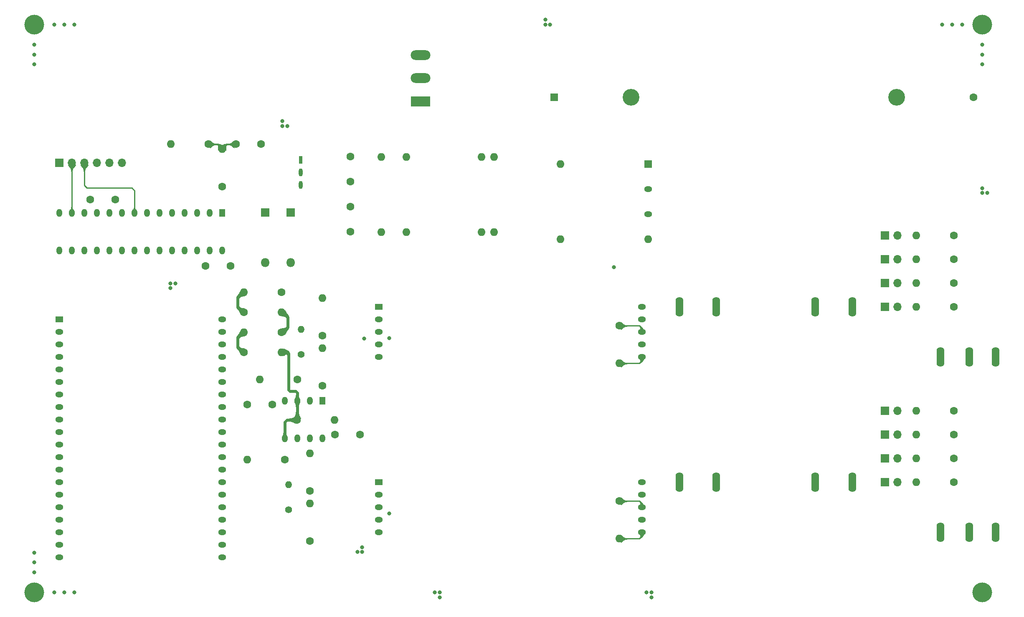
<source format=gbl>
G04 #@! TF.GenerationSoftware,KiCad,Pcbnew,(5.1.7-0-10_14)*
G04 #@! TF.CreationDate,2021-07-16T13:45:34+09:00*
G04 #@! TF.ProjectId,EiMS,45694d53-2e6b-4696-9361-645f70636258,1.0*
G04 #@! TF.SameCoordinates,Original*
G04 #@! TF.FileFunction,Copper,L4,Bot*
G04 #@! TF.FilePolarity,Positive*
%FSLAX46Y46*%
G04 Gerber Fmt 4.6, Leading zero omitted, Abs format (unit mm)*
G04 Created by KiCad (PCBNEW (5.1.7-0-10_14)) date 2021-07-16 13:45:34*
%MOMM*%
%LPD*%
G01*
G04 APERTURE LIST*
G04 #@! TA.AperFunction,ComponentPad*
%ADD10O,1.600000X4.000000*%
G04 #@! TD*
G04 #@! TA.AperFunction,ComponentPad*
%ADD11C,4.000000*%
G04 #@! TD*
G04 #@! TA.AperFunction,ComponentPad*
%ADD12R,1.200000X1.600000*%
G04 #@! TD*
G04 #@! TA.AperFunction,ComponentPad*
%ADD13O,1.200000X1.600000*%
G04 #@! TD*
G04 #@! TA.AperFunction,ComponentPad*
%ADD14O,1.600000X1.600000*%
G04 #@! TD*
G04 #@! TA.AperFunction,ComponentPad*
%ADD15R,0.800000X1.600000*%
G04 #@! TD*
G04 #@! TA.AperFunction,ComponentPad*
%ADD16O,0.800000X1.600000*%
G04 #@! TD*
G04 #@! TA.AperFunction,ComponentPad*
%ADD17C,3.400000*%
G04 #@! TD*
G04 #@! TA.AperFunction,ComponentPad*
%ADD18C,1.600000*%
G04 #@! TD*
G04 #@! TA.AperFunction,ComponentPad*
%ADD19R,1.600000X1.600000*%
G04 #@! TD*
G04 #@! TA.AperFunction,ComponentPad*
%ADD20O,1.800000X1.800000*%
G04 #@! TD*
G04 #@! TA.AperFunction,ComponentPad*
%ADD21R,1.800000X1.800000*%
G04 #@! TD*
G04 #@! TA.AperFunction,ComponentPad*
%ADD22O,1.600000X1.200000*%
G04 #@! TD*
G04 #@! TA.AperFunction,ComponentPad*
%ADD23R,1.600000X1.200000*%
G04 #@! TD*
G04 #@! TA.AperFunction,ComponentPad*
%ADD24O,1.700000X1.700000*%
G04 #@! TD*
G04 #@! TA.AperFunction,ComponentPad*
%ADD25R,1.700000X1.700000*%
G04 #@! TD*
G04 #@! TA.AperFunction,ComponentPad*
%ADD26C,1.400000*%
G04 #@! TD*
G04 #@! TA.AperFunction,ComponentPad*
%ADD27O,1.400000X1.400000*%
G04 #@! TD*
G04 #@! TA.AperFunction,ComponentPad*
%ADD28O,4.000000X2.000000*%
G04 #@! TD*
G04 #@! TA.AperFunction,ComponentPad*
%ADD29R,4.000000X2.000000*%
G04 #@! TD*
G04 #@! TA.AperFunction,ViaPad*
%ADD30C,0.800000*%
G04 #@! TD*
G04 #@! TA.AperFunction,Conductor*
%ADD31C,0.250000*%
G04 #@! TD*
G04 #@! TA.AperFunction,Conductor*
%ADD32C,0.600000*%
G04 #@! TD*
G04 #@! TA.AperFunction,Conductor*
%ADD33C,0.025400*%
G04 #@! TD*
G04 #@! TA.AperFunction,Conductor*
%ADD34C,0.100000*%
G04 #@! TD*
G04 APERTURE END LIST*
D10*
X185179000Y-130772000D03*
X177738000Y-130772000D03*
X205245000Y-130772000D03*
X212738000Y-130772000D03*
X185179000Y-95212000D03*
X177738000Y-95212000D03*
X205245000Y-95212000D03*
X212738000Y-95212000D03*
D11*
X46900000Y-37900000D03*
X239100000Y-37900000D03*
X46900000Y-153100000D03*
X239100000Y-153100000D03*
D12*
X84986000Y-76162000D03*
D13*
X84986000Y-83782000D03*
X82446000Y-83782000D03*
X79906000Y-83782000D03*
X77366000Y-83782000D03*
X74826000Y-83782000D03*
X72286000Y-83782000D03*
X69746000Y-83782000D03*
X67206000Y-83782000D03*
X64666000Y-83782000D03*
X62126000Y-83782000D03*
X59586000Y-83782000D03*
X57046000Y-83782000D03*
X54506000Y-83782000D03*
X51966000Y-83782000D03*
X51966000Y-76162000D03*
X54506000Y-76162000D03*
X57046000Y-76162000D03*
X59586000Y-76162000D03*
X62126000Y-76162000D03*
X64666000Y-76162000D03*
X67206000Y-76162000D03*
X69746000Y-76162000D03*
X72286000Y-76162000D03*
X74826000Y-76162000D03*
X77366000Y-76162000D03*
X79906000Y-76162000D03*
X82446000Y-76162000D03*
X97673500Y-121884500D03*
X100213500Y-121884500D03*
X102753500Y-121884500D03*
X105293500Y-121884500D03*
X97673500Y-114264500D03*
X100213500Y-114264500D03*
X102753500Y-114264500D03*
D12*
X105293500Y-114264500D03*
D14*
X140100000Y-79980000D03*
X137560000Y-79980000D03*
X122320000Y-79980000D03*
X117240000Y-79980000D03*
X117240000Y-64760000D03*
X122320000Y-64760000D03*
X137560000Y-64760000D03*
X140100000Y-64760000D03*
D15*
X100900000Y-65400000D03*
D16*
X100900000Y-67940000D03*
X100900000Y-70480000D03*
D17*
X167879100Y-52700000D03*
X221714400Y-52700000D03*
D18*
X237300000Y-52700000D03*
D19*
X152300000Y-52700000D03*
D20*
X98900000Y-86160000D03*
D21*
X98900000Y-76000000D03*
D20*
X93700000Y-86160000D03*
D21*
X93700000Y-76000000D03*
D22*
X85020000Y-135800000D03*
X85020000Y-125640000D03*
X85020000Y-143420000D03*
X85020000Y-105320000D03*
X85020000Y-145960000D03*
X85020000Y-115480000D03*
X85020000Y-112940000D03*
X85020000Y-133260000D03*
X85020000Y-100240000D03*
X85020000Y-97700000D03*
X85020000Y-107860000D03*
X85020000Y-128180000D03*
X85020000Y-118020000D03*
X85020000Y-120560000D03*
X85020000Y-110400000D03*
X85020000Y-102780000D03*
X85020000Y-130720000D03*
X85020000Y-138340000D03*
X85020000Y-140880000D03*
X85020000Y-123100000D03*
X52000000Y-145960000D03*
X52000000Y-143420000D03*
X52000000Y-140880000D03*
X52000000Y-138340000D03*
X52000000Y-135800000D03*
X52000000Y-133260000D03*
X52000000Y-130720000D03*
X52000000Y-128180000D03*
X52000000Y-125640000D03*
X52000000Y-123100000D03*
X52000000Y-120560000D03*
X52000000Y-118020000D03*
X52000000Y-115480000D03*
X52000000Y-112940000D03*
X52000000Y-110400000D03*
X52000000Y-107860000D03*
X52000000Y-105320000D03*
X52000000Y-102780000D03*
X52000000Y-100240000D03*
D23*
X52000000Y-97700000D03*
D22*
X170066000Y-130772000D03*
X170066000Y-135852000D03*
X170066000Y-133312000D03*
X170066000Y-140932000D03*
X170066000Y-138392000D03*
X116726000Y-140932000D03*
X116726000Y-138392000D03*
X116726000Y-135852000D03*
X116726000Y-133312000D03*
D23*
X116726000Y-130772000D03*
D22*
X170066000Y-95212000D03*
X170066000Y-100292000D03*
X170066000Y-97752000D03*
X170066000Y-105372000D03*
X170066000Y-102832000D03*
X116726000Y-105372000D03*
X116726000Y-102832000D03*
X116726000Y-100292000D03*
X116726000Y-97752000D03*
D23*
X116726000Y-95212000D03*
D14*
X153556000Y-81496000D03*
X153556000Y-66256000D03*
X171336000Y-81496000D03*
D22*
X171336000Y-76416000D03*
X171336000Y-71336000D03*
D19*
X171336000Y-66256000D03*
D10*
X230614000Y-140932000D03*
X236464000Y-140932000D03*
X241814000Y-140932000D03*
D18*
X63320000Y-73434000D03*
X58240000Y-73434000D03*
X92850000Y-62192000D03*
X87770000Y-62192000D03*
X111001000Y-64734500D03*
X111001000Y-69814500D03*
X111001000Y-74894500D03*
X111001000Y-79974500D03*
X90056000Y-115024000D03*
X95136000Y-115024000D03*
X107836000Y-121120000D03*
X112916000Y-121120000D03*
X86688000Y-86896000D03*
X81608000Y-86896000D03*
D24*
X64656000Y-66002000D03*
X62116000Y-66002000D03*
X59576000Y-66002000D03*
X57036000Y-66002000D03*
X54496000Y-66002000D03*
D25*
X51956000Y-66002000D03*
D10*
X241814000Y-105372000D03*
X236464000Y-105372000D03*
X230614000Y-105372000D03*
D24*
X221882000Y-80734000D03*
D25*
X219342000Y-80734000D03*
D24*
X221882000Y-85560000D03*
D25*
X219342000Y-85560000D03*
X219342000Y-90386000D03*
D24*
X221882000Y-90386000D03*
X221882000Y-95212000D03*
D25*
X219342000Y-95212000D03*
X219342000Y-116294000D03*
D24*
X221882000Y-116294000D03*
D25*
X219342000Y-121120000D03*
D24*
X221882000Y-121120000D03*
D25*
X219342000Y-125946000D03*
D24*
X221882000Y-125946000D03*
X221882000Y-130772000D03*
D25*
X219342000Y-130772000D03*
D14*
X74562000Y-62192000D03*
D18*
X82182000Y-62192000D03*
D14*
X84976000Y-63208000D03*
D18*
X84976000Y-70828000D03*
D14*
X89440000Y-92191000D03*
D18*
X97060000Y-92191000D03*
X89440000Y-96255000D03*
D14*
X97060000Y-96255000D03*
X89440000Y-100319000D03*
D18*
X97060000Y-100319000D03*
X89440000Y-104383000D03*
D14*
X97060000Y-104383000D03*
X107800000Y-118100000D03*
D18*
X100180000Y-118100000D03*
D14*
X90056000Y-126200000D03*
D18*
X97676000Y-126200000D03*
D26*
X98438000Y-136360000D03*
D27*
X98438000Y-131280000D03*
D14*
X102756000Y-135090000D03*
D18*
X102756000Y-142710000D03*
X102756000Y-132550000D03*
D14*
X102756000Y-124930000D03*
D18*
X100216000Y-109944000D03*
D14*
X92596000Y-109944000D03*
D18*
X105296000Y-111214000D03*
D14*
X105296000Y-103594000D03*
D18*
X105296000Y-101054000D03*
D14*
X105296000Y-93434000D03*
D27*
X100978000Y-99784000D03*
D26*
X100978000Y-104864000D03*
D14*
X165494000Y-106642000D03*
D18*
X165494000Y-99022000D03*
D14*
X165494000Y-142202000D03*
D18*
X165494000Y-134582000D03*
X233312000Y-80734000D03*
D14*
X225692000Y-80734000D03*
X225692000Y-85560000D03*
D18*
X233312000Y-85560000D03*
X233312000Y-90386000D03*
D14*
X225692000Y-90386000D03*
X225692000Y-95212000D03*
D18*
X233312000Y-95212000D03*
X233312000Y-116294000D03*
D14*
X225692000Y-116294000D03*
D18*
X233312000Y-121120000D03*
D14*
X225692000Y-121120000D03*
X225692000Y-125946000D03*
D18*
X233312000Y-125946000D03*
X233312000Y-130772000D03*
D14*
X225692000Y-130772000D03*
D28*
X125254000Y-44079000D03*
X125254000Y-48779000D03*
D29*
X125254000Y-53479000D03*
D30*
X118900000Y-101500000D03*
X128100000Y-153100000D03*
X129100000Y-153100000D03*
X129100000Y-154100000D03*
X113800000Y-101600000D03*
X118900000Y-137100000D03*
X74494000Y-90412000D03*
X74494000Y-91400000D03*
X75500000Y-90412000D03*
X55000000Y-153100000D03*
X53000000Y-153100000D03*
X51000000Y-153100000D03*
X51000000Y-37900000D03*
X53000000Y-37900000D03*
X55000000Y-37900000D03*
X46900000Y-44000000D03*
X46900000Y-46000000D03*
X46900000Y-42000000D03*
X46900000Y-149000000D03*
X46900000Y-145000000D03*
X46900000Y-147000000D03*
X113400000Y-144900000D03*
X113400000Y-143900000D03*
X112400000Y-144900000D03*
X164400000Y-87100000D03*
X171000000Y-153100000D03*
X172000000Y-153100000D03*
X172000000Y-154100000D03*
X98200000Y-58500000D03*
X97200000Y-58500000D03*
X97200000Y-57500000D03*
X151500000Y-37900000D03*
X150500000Y-37900000D03*
X150500000Y-36900000D03*
X233000000Y-37900000D03*
X231000000Y-37900000D03*
X235000000Y-37900000D03*
X239100000Y-44000000D03*
X239100000Y-46000000D03*
X239100000Y-42000000D03*
X240100000Y-72100000D03*
X239100000Y-72100000D03*
X239100000Y-71100000D03*
D31*
X54496000Y-76152000D02*
X54506000Y-76162000D01*
X54496000Y-66002000D02*
X54496000Y-76152000D01*
X67196000Y-76152000D02*
X67206000Y-76162000D01*
X57036000Y-70574000D02*
X57036000Y-66002000D01*
X57544000Y-71082000D02*
X57036000Y-70574000D01*
X66688000Y-71082000D02*
X57544000Y-71082000D01*
X67206000Y-71600000D02*
X66688000Y-71082000D01*
X67206000Y-76162000D02*
X67206000Y-71600000D01*
X83960000Y-62192000D02*
X84976000Y-63208000D01*
X82182000Y-62192000D02*
X83960000Y-62192000D01*
X85992000Y-62192000D02*
X84976000Y-63208000D01*
X87770000Y-62192000D02*
X85992000Y-62192000D01*
X165494000Y-106642000D02*
X169558000Y-106642000D01*
X169558000Y-106642000D02*
X170066000Y-106134000D01*
X170066000Y-106134000D02*
X170066000Y-105372000D01*
X165494000Y-142202000D02*
X169558000Y-142202000D01*
X169558000Y-142202000D02*
X170066000Y-141694000D01*
X170066000Y-141694000D02*
X170066000Y-140932000D01*
D32*
X89440000Y-92191000D02*
X89186000Y-92191000D01*
X89186000Y-92191000D02*
X88170000Y-93207000D01*
X89440000Y-96255000D02*
X89186000Y-96255000D01*
X89186000Y-96255000D02*
X88170000Y-95239000D01*
X88170000Y-95239000D02*
X88170000Y-93207000D01*
X97060000Y-96255000D02*
X97314000Y-96255000D01*
X97314000Y-96255000D02*
X98330000Y-97271000D01*
X97060000Y-100319000D02*
X97314000Y-100319000D01*
X97314000Y-100319000D02*
X98330000Y-99303000D01*
X98330000Y-99303000D02*
X98330000Y-97271000D01*
X89440000Y-100319000D02*
X89186000Y-100319000D01*
X89186000Y-100319000D02*
X88170000Y-101335000D01*
X89440000Y-104383000D02*
X89186000Y-104383000D01*
X89186000Y-104383000D02*
X88170000Y-103367000D01*
X88170000Y-103367000D02*
X88170000Y-101335000D01*
X97314000Y-104383000D02*
X97060000Y-104383000D01*
X98438000Y-104864000D02*
X98438000Y-111981000D01*
X98438000Y-111981000D02*
X98753000Y-112296000D01*
X98753000Y-112296000D02*
X99896000Y-112296000D01*
X99896000Y-112296000D02*
X100213500Y-112613500D01*
X100213500Y-112613500D02*
X100213500Y-114264500D01*
X97676000Y-118580000D02*
X97676000Y-121882000D01*
X97676000Y-121882000D02*
X97673500Y-121884500D01*
X98156000Y-118100000D02*
X97676000Y-118580000D01*
X100180000Y-118100000D02*
X98156000Y-118100000D01*
X100213500Y-118066500D02*
X100180000Y-118100000D01*
X100213500Y-114264500D02*
X100213500Y-118066500D01*
X97957000Y-104383000D02*
X98438000Y-104864000D01*
X97060000Y-104383000D02*
X97957000Y-104383000D01*
D31*
X165494000Y-99022000D02*
X169558000Y-99022000D01*
X169558000Y-99022000D02*
X170066000Y-99530000D01*
X170066000Y-99530000D02*
X170066000Y-100292000D01*
X165494000Y-134582000D02*
X169558000Y-134582000D01*
X169558000Y-134582000D02*
X170066000Y-135090000D01*
X170066000Y-135090000D02*
X170066000Y-135852000D01*
D33*
X54614663Y-75101821D02*
X54614804Y-75103215D01*
X54632904Y-75218333D01*
X54633270Y-75219958D01*
X54661687Y-75316142D01*
X54662297Y-75317780D01*
X54699603Y-75400218D01*
X54700311Y-75401563D01*
X54745075Y-75475444D01*
X54745632Y-75476286D01*
X54796423Y-75546797D01*
X54796645Y-75547095D01*
X54851953Y-75619322D01*
X54910252Y-75698313D01*
X54970096Y-75789168D01*
X55025981Y-75889614D01*
X54510694Y-76443639D01*
X53977233Y-75907096D01*
X54030355Y-75803758D01*
X54087775Y-75710401D01*
X54144149Y-75629362D01*
X54198018Y-75555392D01*
X54198201Y-75555135D01*
X54247960Y-75483115D01*
X54248469Y-75482315D01*
X54292535Y-75407084D01*
X54293199Y-75405784D01*
X54330077Y-75322060D01*
X54330655Y-75320469D01*
X54358849Y-75222970D01*
X54359200Y-75221382D01*
X54377214Y-75104829D01*
X54377350Y-75103460D01*
X54383141Y-74974700D01*
X54608866Y-74974700D01*
X54614663Y-75101821D01*
G04 #@! TA.AperFunction,Conductor*
D34*
G36*
X54614663Y-75101821D02*
G01*
X54614804Y-75103215D01*
X54632904Y-75218333D01*
X54633270Y-75219958D01*
X54661687Y-75316142D01*
X54662297Y-75317780D01*
X54699603Y-75400218D01*
X54700311Y-75401563D01*
X54745075Y-75475444D01*
X54745632Y-75476286D01*
X54796423Y-75546797D01*
X54796645Y-75547095D01*
X54851953Y-75619322D01*
X54910252Y-75698313D01*
X54970096Y-75789168D01*
X55025981Y-75889614D01*
X54510694Y-76443639D01*
X53977233Y-75907096D01*
X54030355Y-75803758D01*
X54087775Y-75710401D01*
X54144149Y-75629362D01*
X54198018Y-75555392D01*
X54198201Y-75555135D01*
X54247960Y-75483115D01*
X54248469Y-75482315D01*
X54292535Y-75407084D01*
X54293199Y-75405784D01*
X54330077Y-75322060D01*
X54330655Y-75320469D01*
X54358849Y-75222970D01*
X54359200Y-75221382D01*
X54377214Y-75104829D01*
X54377350Y-75103460D01*
X54383141Y-74974700D01*
X54608866Y-74974700D01*
X54614663Y-75101821D01*
G37*
G04 #@! TD.AperFunction*
D33*
X55245395Y-66374601D02*
X55163642Y-66524633D01*
X55075799Y-66655595D01*
X54988440Y-66767874D01*
X54904067Y-66869335D01*
X54903915Y-66869521D01*
X54825278Y-66967807D01*
X54824706Y-66968581D01*
X54754532Y-67071388D01*
X54753722Y-67072750D01*
X54694615Y-67187928D01*
X54693874Y-67189685D01*
X54648433Y-67325086D01*
X54647970Y-67326896D01*
X54618799Y-67490370D01*
X54618619Y-67491946D01*
X54608939Y-67679300D01*
X54383061Y-67679300D01*
X54373380Y-67491946D01*
X54373200Y-67490370D01*
X54344029Y-67326896D01*
X54343566Y-67325086D01*
X54298125Y-67189685D01*
X54297384Y-67187928D01*
X54238277Y-67072750D01*
X54237467Y-67071388D01*
X54167293Y-66968581D01*
X54166721Y-66967807D01*
X54088084Y-66869521D01*
X54087932Y-66869335D01*
X54003559Y-66767874D01*
X53916200Y-66655595D01*
X53828357Y-66524633D01*
X53746605Y-66374601D01*
X54496000Y-65595322D01*
X55245395Y-66374601D01*
G04 #@! TA.AperFunction,Conductor*
D34*
G36*
X55245395Y-66374601D02*
G01*
X55163642Y-66524633D01*
X55075799Y-66655595D01*
X54988440Y-66767874D01*
X54904067Y-66869335D01*
X54903915Y-66869521D01*
X54825278Y-66967807D01*
X54824706Y-66968581D01*
X54754532Y-67071388D01*
X54753722Y-67072750D01*
X54694615Y-67187928D01*
X54693874Y-67189685D01*
X54648433Y-67325086D01*
X54647970Y-67326896D01*
X54618799Y-67490370D01*
X54618619Y-67491946D01*
X54608939Y-67679300D01*
X54383061Y-67679300D01*
X54373380Y-67491946D01*
X54373200Y-67490370D01*
X54344029Y-67326896D01*
X54343566Y-67325086D01*
X54298125Y-67189685D01*
X54297384Y-67187928D01*
X54238277Y-67072750D01*
X54237467Y-67071388D01*
X54167293Y-66968581D01*
X54166721Y-66967807D01*
X54088084Y-66869521D01*
X54087932Y-66869335D01*
X54003559Y-66767874D01*
X53916200Y-66655595D01*
X53828357Y-66524633D01*
X53746605Y-66374601D01*
X54496000Y-65595322D01*
X55245395Y-66374601D01*
G37*
G04 #@! TD.AperFunction*
D33*
X57785395Y-66374601D02*
X57703642Y-66524633D01*
X57615799Y-66655595D01*
X57528440Y-66767874D01*
X57444067Y-66869335D01*
X57443915Y-66869521D01*
X57365278Y-66967807D01*
X57364706Y-66968581D01*
X57294532Y-67071388D01*
X57293722Y-67072750D01*
X57234615Y-67187928D01*
X57233874Y-67189685D01*
X57188433Y-67325086D01*
X57187970Y-67326896D01*
X57158799Y-67490370D01*
X57158619Y-67491946D01*
X57148939Y-67679300D01*
X56923061Y-67679300D01*
X56913380Y-67491946D01*
X56913200Y-67490370D01*
X56884029Y-67326896D01*
X56883566Y-67325086D01*
X56838125Y-67189685D01*
X56837384Y-67187928D01*
X56778277Y-67072750D01*
X56777467Y-67071388D01*
X56707293Y-66968581D01*
X56706721Y-66967807D01*
X56628084Y-66869521D01*
X56627932Y-66869335D01*
X56543559Y-66767874D01*
X56456200Y-66655595D01*
X56368357Y-66524633D01*
X56286605Y-66374601D01*
X57036000Y-65595322D01*
X57785395Y-66374601D01*
G04 #@! TA.AperFunction,Conductor*
D34*
G36*
X57785395Y-66374601D02*
G01*
X57703642Y-66524633D01*
X57615799Y-66655595D01*
X57528440Y-66767874D01*
X57444067Y-66869335D01*
X57443915Y-66869521D01*
X57365278Y-66967807D01*
X57364706Y-66968581D01*
X57294532Y-67071388D01*
X57293722Y-67072750D01*
X57234615Y-67187928D01*
X57233874Y-67189685D01*
X57188433Y-67325086D01*
X57187970Y-67326896D01*
X57158799Y-67490370D01*
X57158619Y-67491946D01*
X57148939Y-67679300D01*
X56923061Y-67679300D01*
X56913380Y-67491946D01*
X56913200Y-67490370D01*
X56884029Y-67326896D01*
X56883566Y-67325086D01*
X56838125Y-67189685D01*
X56837384Y-67187928D01*
X56778277Y-67072750D01*
X56777467Y-67071388D01*
X56707293Y-66968581D01*
X56706721Y-66967807D01*
X56628084Y-66869521D01*
X56627932Y-66869335D01*
X56543559Y-66767874D01*
X56456200Y-66655595D01*
X56368357Y-66524633D01*
X56286605Y-66374601D01*
X57036000Y-65595322D01*
X57785395Y-66374601D01*
G37*
G04 #@! TD.AperFunction*
D33*
X67324704Y-75111350D02*
X67324848Y-75112754D01*
X67343026Y-75227426D01*
X67343395Y-75229056D01*
X67371866Y-75324844D01*
X67372475Y-75326475D01*
X67409743Y-75408586D01*
X67410443Y-75409913D01*
X67455016Y-75483556D01*
X67455554Y-75484372D01*
X67505936Y-75554755D01*
X67506133Y-75555023D01*
X67560751Y-75627249D01*
X67617976Y-75706333D01*
X67676367Y-75797480D01*
X67730441Y-75898325D01*
X67206000Y-76443678D01*
X66681559Y-75898325D01*
X66735635Y-75797475D01*
X66794023Y-75706333D01*
X66851248Y-75627249D01*
X66905866Y-75555023D01*
X66906063Y-75554755D01*
X66956445Y-75484372D01*
X66956983Y-75483556D01*
X67001556Y-75409913D01*
X67002256Y-75408586D01*
X67039524Y-75326475D01*
X67040133Y-75324844D01*
X67068604Y-75229056D01*
X67068973Y-75227426D01*
X67087151Y-75112754D01*
X67087295Y-75111350D01*
X67093129Y-74984700D01*
X67318871Y-74984700D01*
X67324704Y-75111350D01*
G04 #@! TA.AperFunction,Conductor*
D34*
G36*
X67324704Y-75111350D02*
G01*
X67324848Y-75112754D01*
X67343026Y-75227426D01*
X67343395Y-75229056D01*
X67371866Y-75324844D01*
X67372475Y-75326475D01*
X67409743Y-75408586D01*
X67410443Y-75409913D01*
X67455016Y-75483556D01*
X67455554Y-75484372D01*
X67505936Y-75554755D01*
X67506133Y-75555023D01*
X67560751Y-75627249D01*
X67617976Y-75706333D01*
X67676367Y-75797480D01*
X67730441Y-75898325D01*
X67206000Y-76443678D01*
X66681559Y-75898325D01*
X66735635Y-75797475D01*
X66794023Y-75706333D01*
X66851248Y-75627249D01*
X66905866Y-75555023D01*
X66906063Y-75554755D01*
X66956445Y-75484372D01*
X66956983Y-75483556D01*
X67001556Y-75409913D01*
X67002256Y-75408586D01*
X67039524Y-75326475D01*
X67040133Y-75324844D01*
X67068604Y-75229056D01*
X67068973Y-75227426D01*
X67087151Y-75112754D01*
X67087295Y-75111350D01*
X67093129Y-74984700D01*
X67318871Y-74984700D01*
X67324704Y-75111350D01*
G37*
G04 #@! TD.AperFunction*
D33*
X84001055Y-62084647D02*
X84172132Y-62098967D01*
X84317382Y-62121895D01*
X84444251Y-62152690D01*
X84560200Y-62190662D01*
X84672668Y-62235157D01*
X84789122Y-62285548D01*
X84916592Y-62340996D01*
X84916841Y-62341101D01*
X85062527Y-62400818D01*
X85062943Y-62400980D01*
X85226011Y-62461218D01*
X85245886Y-63477886D01*
X84230314Y-63458033D01*
X84194408Y-63311809D01*
X84179697Y-63153510D01*
X84179280Y-62995958D01*
X84184108Y-62843889D01*
X84184114Y-62843568D01*
X84185025Y-62702004D01*
X84184966Y-62700701D01*
X84172777Y-62574486D01*
X84172216Y-62571788D01*
X84137750Y-62465554D01*
X84136753Y-62463272D01*
X84135550Y-62461493D01*
X84069630Y-62379875D01*
X84067883Y-62378101D01*
X84065352Y-62376457D01*
X83958801Y-62324088D01*
X83956470Y-62323214D01*
X83954690Y-62322874D01*
X83809541Y-62305713D01*
X83809541Y-62080011D01*
X84001055Y-62084647D01*
G04 #@! TA.AperFunction,Conductor*
D34*
G36*
X84001055Y-62084647D02*
G01*
X84172132Y-62098967D01*
X84317382Y-62121895D01*
X84444251Y-62152690D01*
X84560200Y-62190662D01*
X84672668Y-62235157D01*
X84789122Y-62285548D01*
X84916592Y-62340996D01*
X84916841Y-62341101D01*
X85062527Y-62400818D01*
X85062943Y-62400980D01*
X85226011Y-62461218D01*
X85245886Y-63477886D01*
X84230314Y-63458033D01*
X84194408Y-63311809D01*
X84179697Y-63153510D01*
X84179280Y-62995958D01*
X84184108Y-62843889D01*
X84184114Y-62843568D01*
X84185025Y-62702004D01*
X84184966Y-62700701D01*
X84172777Y-62574486D01*
X84172216Y-62571788D01*
X84137750Y-62465554D01*
X84136753Y-62463272D01*
X84135550Y-62461493D01*
X84069630Y-62379875D01*
X84067883Y-62378101D01*
X84065352Y-62376457D01*
X83958801Y-62324088D01*
X83956470Y-62323214D01*
X83954690Y-62322874D01*
X83809541Y-62305713D01*
X83809541Y-62080011D01*
X84001055Y-62084647D01*
G37*
G04 #@! TD.AperFunction*
D33*
X82673001Y-61563807D02*
X82796007Y-61645761D01*
X82901621Y-61727070D01*
X82997252Y-61805502D01*
X82997450Y-61805661D01*
X83090159Y-61878647D01*
X83090940Y-61879215D01*
X83187916Y-61944268D01*
X83189273Y-61945061D01*
X83297837Y-61999801D01*
X83299577Y-62000522D01*
X83427053Y-62042568D01*
X83428836Y-62043016D01*
X83582543Y-62069989D01*
X83584093Y-62070164D01*
X83759300Y-62079071D01*
X83759300Y-62304929D01*
X83584093Y-62313835D01*
X83582543Y-62314010D01*
X83428836Y-62340983D01*
X83427053Y-62341431D01*
X83299577Y-62383477D01*
X83297837Y-62384198D01*
X83189273Y-62438938D01*
X83187916Y-62439731D01*
X83090940Y-62504784D01*
X83090159Y-62505352D01*
X82997450Y-62578338D01*
X82997252Y-62578497D01*
X82901621Y-62656929D01*
X82796007Y-62738238D01*
X82673001Y-62820192D01*
X82532813Y-62896402D01*
X81800322Y-62192000D01*
X82532813Y-61487598D01*
X82673001Y-61563807D01*
G04 #@! TA.AperFunction,Conductor*
D34*
G36*
X82673001Y-61563807D02*
G01*
X82796007Y-61645761D01*
X82901621Y-61727070D01*
X82997252Y-61805502D01*
X82997450Y-61805661D01*
X83090159Y-61878647D01*
X83090940Y-61879215D01*
X83187916Y-61944268D01*
X83189273Y-61945061D01*
X83297837Y-61999801D01*
X83299577Y-62000522D01*
X83427053Y-62042568D01*
X83428836Y-62043016D01*
X83582543Y-62069989D01*
X83584093Y-62070164D01*
X83759300Y-62079071D01*
X83759300Y-62304929D01*
X83584093Y-62313835D01*
X83582543Y-62314010D01*
X83428836Y-62340983D01*
X83427053Y-62341431D01*
X83299577Y-62383477D01*
X83297837Y-62384198D01*
X83189273Y-62438938D01*
X83187916Y-62439731D01*
X83090940Y-62504784D01*
X83090159Y-62505352D01*
X82997450Y-62578338D01*
X82997252Y-62578497D01*
X82901621Y-62656929D01*
X82796007Y-62738238D01*
X82673001Y-62820192D01*
X82532813Y-62896402D01*
X81800322Y-62192000D01*
X82532813Y-61487598D01*
X82673001Y-61563807D01*
G37*
G04 #@! TD.AperFunction*
D33*
X86142459Y-62305713D02*
X85997309Y-62322874D01*
X85994877Y-62323407D01*
X85993198Y-62324088D01*
X85886647Y-62376457D01*
X85884531Y-62377769D01*
X85882369Y-62379875D01*
X85816449Y-62461493D01*
X85815082Y-62463574D01*
X85814249Y-62465554D01*
X85779783Y-62571788D01*
X85779222Y-62574486D01*
X85767033Y-62700701D01*
X85766974Y-62702004D01*
X85767885Y-62843568D01*
X85767891Y-62843889D01*
X85772719Y-62995958D01*
X85772302Y-63153510D01*
X85757591Y-63311811D01*
X85721687Y-63458033D01*
X84706114Y-63477886D01*
X84725989Y-62461218D01*
X84889056Y-62400980D01*
X84889472Y-62400818D01*
X85035158Y-62341101D01*
X85035407Y-62340996D01*
X85162877Y-62285548D01*
X85279331Y-62235157D01*
X85391799Y-62190662D01*
X85507748Y-62152690D01*
X85634617Y-62121895D01*
X85779867Y-62098967D01*
X85950944Y-62084647D01*
X86142459Y-62080011D01*
X86142459Y-62305713D01*
G04 #@! TA.AperFunction,Conductor*
D34*
G36*
X86142459Y-62305713D02*
G01*
X85997309Y-62322874D01*
X85994877Y-62323407D01*
X85993198Y-62324088D01*
X85886647Y-62376457D01*
X85884531Y-62377769D01*
X85882369Y-62379875D01*
X85816449Y-62461493D01*
X85815082Y-62463574D01*
X85814249Y-62465554D01*
X85779783Y-62571788D01*
X85779222Y-62574486D01*
X85767033Y-62700701D01*
X85766974Y-62702004D01*
X85767885Y-62843568D01*
X85767891Y-62843889D01*
X85772719Y-62995958D01*
X85772302Y-63153510D01*
X85757591Y-63311811D01*
X85721687Y-63458033D01*
X84706114Y-63477886D01*
X84725989Y-62461218D01*
X84889056Y-62400980D01*
X84889472Y-62400818D01*
X85035158Y-62341101D01*
X85035407Y-62340996D01*
X85162877Y-62285548D01*
X85279331Y-62235157D01*
X85391799Y-62190662D01*
X85507748Y-62152690D01*
X85634617Y-62121895D01*
X85779867Y-62098967D01*
X85950944Y-62084647D01*
X86142459Y-62080011D01*
X86142459Y-62305713D01*
G37*
G04 #@! TD.AperFunction*
D33*
X88151678Y-62192000D02*
X87419187Y-62896402D01*
X87278998Y-62820192D01*
X87155992Y-62738238D01*
X87050378Y-62656929D01*
X86954747Y-62578497D01*
X86954549Y-62578338D01*
X86861840Y-62505352D01*
X86861059Y-62504784D01*
X86764083Y-62439731D01*
X86762726Y-62438938D01*
X86654162Y-62384198D01*
X86652422Y-62383477D01*
X86524946Y-62341431D01*
X86523163Y-62340983D01*
X86369456Y-62314010D01*
X86367906Y-62313835D01*
X86192700Y-62304929D01*
X86192700Y-62079071D01*
X86367906Y-62070164D01*
X86369456Y-62069989D01*
X86523163Y-62043016D01*
X86524946Y-62042568D01*
X86652422Y-62000522D01*
X86654162Y-61999801D01*
X86762726Y-61945061D01*
X86764083Y-61944268D01*
X86861059Y-61879215D01*
X86861840Y-61878647D01*
X86954549Y-61805661D01*
X86954747Y-61805502D01*
X87050378Y-61727070D01*
X87155992Y-61645761D01*
X87278998Y-61563807D01*
X87419187Y-61487598D01*
X88151678Y-62192000D01*
G04 #@! TA.AperFunction,Conductor*
D34*
G36*
X88151678Y-62192000D02*
G01*
X87419187Y-62896402D01*
X87278998Y-62820192D01*
X87155992Y-62738238D01*
X87050378Y-62656929D01*
X86954747Y-62578497D01*
X86954549Y-62578338D01*
X86861840Y-62505352D01*
X86861059Y-62504784D01*
X86764083Y-62439731D01*
X86762726Y-62438938D01*
X86654162Y-62384198D01*
X86652422Y-62383477D01*
X86524946Y-62341431D01*
X86523163Y-62340983D01*
X86369456Y-62314010D01*
X86367906Y-62313835D01*
X86192700Y-62304929D01*
X86192700Y-62079071D01*
X86367906Y-62070164D01*
X86369456Y-62069989D01*
X86523163Y-62043016D01*
X86524946Y-62042568D01*
X86652422Y-62000522D01*
X86654162Y-61999801D01*
X86762726Y-61945061D01*
X86764083Y-61944268D01*
X86861059Y-61879215D01*
X86861840Y-61878647D01*
X86954549Y-61805661D01*
X86954747Y-61805502D01*
X87050378Y-61727070D01*
X87155992Y-61645761D01*
X87278998Y-61563807D01*
X87419187Y-61487598D01*
X88151678Y-62192000D01*
G37*
G04 #@! TD.AperFunction*
D33*
X165985001Y-106013807D02*
X166108007Y-106095761D01*
X166213621Y-106177070D01*
X166309252Y-106255502D01*
X166309450Y-106255661D01*
X166402159Y-106328647D01*
X166402940Y-106329215D01*
X166499916Y-106394268D01*
X166501273Y-106395061D01*
X166609837Y-106449801D01*
X166611577Y-106450522D01*
X166739053Y-106492568D01*
X166740836Y-106493016D01*
X166894543Y-106519989D01*
X166896093Y-106520164D01*
X167071300Y-106529071D01*
X167071300Y-106754929D01*
X166896093Y-106763835D01*
X166894543Y-106764010D01*
X166740836Y-106790983D01*
X166739053Y-106791431D01*
X166611577Y-106833477D01*
X166609837Y-106834198D01*
X166501273Y-106888938D01*
X166499916Y-106889731D01*
X166402940Y-106954784D01*
X166402159Y-106955352D01*
X166309450Y-107028338D01*
X166309252Y-107028497D01*
X166213621Y-107106929D01*
X166108007Y-107188238D01*
X165985001Y-107270192D01*
X165844813Y-107346402D01*
X165112322Y-106642000D01*
X165844813Y-105937598D01*
X165985001Y-106013807D01*
G04 #@! TA.AperFunction,Conductor*
D34*
G36*
X165985001Y-106013807D02*
G01*
X166108007Y-106095761D01*
X166213621Y-106177070D01*
X166309252Y-106255502D01*
X166309450Y-106255661D01*
X166402159Y-106328647D01*
X166402940Y-106329215D01*
X166499916Y-106394268D01*
X166501273Y-106395061D01*
X166609837Y-106449801D01*
X166611577Y-106450522D01*
X166739053Y-106492568D01*
X166740836Y-106493016D01*
X166894543Y-106519989D01*
X166896093Y-106520164D01*
X167071300Y-106529071D01*
X167071300Y-106754929D01*
X166896093Y-106763835D01*
X166894543Y-106764010D01*
X166740836Y-106790983D01*
X166739053Y-106791431D01*
X166611577Y-106833477D01*
X166609837Y-106834198D01*
X166501273Y-106888938D01*
X166499916Y-106889731D01*
X166402940Y-106954784D01*
X166402159Y-106955352D01*
X166309450Y-107028338D01*
X166309252Y-107028497D01*
X166213621Y-107106929D01*
X166108007Y-107188238D01*
X165985001Y-107270192D01*
X165844813Y-107346402D01*
X165112322Y-106642000D01*
X165844813Y-105937598D01*
X165985001Y-106013807D01*
G37*
G04 #@! TD.AperFunction*
D33*
X170590575Y-105635815D02*
X170530280Y-105753879D01*
X170469901Y-105858087D01*
X170411077Y-105945647D01*
X170351342Y-106021743D01*
X170288184Y-106091549D01*
X170219153Y-106160122D01*
X170141702Y-106232608D01*
X170053607Y-106313872D01*
X170053519Y-106313954D01*
X169952421Y-106409007D01*
X169952242Y-106409179D01*
X169844777Y-106514242D01*
X169685080Y-106354545D01*
X169740662Y-106287854D01*
X169742280Y-106285373D01*
X169777831Y-106213802D01*
X169778969Y-106210328D01*
X169790927Y-106141560D01*
X169791031Y-106137925D01*
X169783259Y-106070733D01*
X169782616Y-106067957D01*
X169758977Y-106001118D01*
X169758242Y-105999437D01*
X169722598Y-105931724D01*
X169722119Y-105930892D01*
X169678334Y-105861078D01*
X169678188Y-105860851D01*
X169630198Y-105787826D01*
X169582021Y-105710621D01*
X169541577Y-105635657D01*
X170066000Y-105090322D01*
X170590575Y-105635815D01*
G04 #@! TA.AperFunction,Conductor*
D34*
G36*
X170590575Y-105635815D02*
G01*
X170530280Y-105753879D01*
X170469901Y-105858087D01*
X170411077Y-105945647D01*
X170351342Y-106021743D01*
X170288184Y-106091549D01*
X170219153Y-106160122D01*
X170141702Y-106232608D01*
X170053607Y-106313872D01*
X170053519Y-106313954D01*
X169952421Y-106409007D01*
X169952242Y-106409179D01*
X169844777Y-106514242D01*
X169685080Y-106354545D01*
X169740662Y-106287854D01*
X169742280Y-106285373D01*
X169777831Y-106213802D01*
X169778969Y-106210328D01*
X169790927Y-106141560D01*
X169791031Y-106137925D01*
X169783259Y-106070733D01*
X169782616Y-106067957D01*
X169758977Y-106001118D01*
X169758242Y-105999437D01*
X169722598Y-105931724D01*
X169722119Y-105930892D01*
X169678334Y-105861078D01*
X169678188Y-105860851D01*
X169630198Y-105787826D01*
X169582021Y-105710621D01*
X169541577Y-105635657D01*
X170066000Y-105090322D01*
X170590575Y-105635815D01*
G37*
G04 #@! TD.AperFunction*
D33*
X165985001Y-141573807D02*
X166108007Y-141655761D01*
X166213621Y-141737070D01*
X166309252Y-141815502D01*
X166309450Y-141815661D01*
X166402159Y-141888647D01*
X166402940Y-141889215D01*
X166499916Y-141954268D01*
X166501273Y-141955061D01*
X166609837Y-142009801D01*
X166611577Y-142010522D01*
X166739053Y-142052568D01*
X166740836Y-142053016D01*
X166894543Y-142079989D01*
X166896093Y-142080164D01*
X167071300Y-142089071D01*
X167071300Y-142314929D01*
X166896093Y-142323835D01*
X166894543Y-142324010D01*
X166740836Y-142350983D01*
X166739053Y-142351431D01*
X166611577Y-142393477D01*
X166609837Y-142394198D01*
X166501273Y-142448938D01*
X166499916Y-142449731D01*
X166402940Y-142514784D01*
X166402159Y-142515352D01*
X166309450Y-142588338D01*
X166309252Y-142588497D01*
X166213621Y-142666929D01*
X166108007Y-142748238D01*
X165985001Y-142830192D01*
X165844813Y-142906402D01*
X165112322Y-142202000D01*
X165844813Y-141497598D01*
X165985001Y-141573807D01*
G04 #@! TA.AperFunction,Conductor*
D34*
G36*
X165985001Y-141573807D02*
G01*
X166108007Y-141655761D01*
X166213621Y-141737070D01*
X166309252Y-141815502D01*
X166309450Y-141815661D01*
X166402159Y-141888647D01*
X166402940Y-141889215D01*
X166499916Y-141954268D01*
X166501273Y-141955061D01*
X166609837Y-142009801D01*
X166611577Y-142010522D01*
X166739053Y-142052568D01*
X166740836Y-142053016D01*
X166894543Y-142079989D01*
X166896093Y-142080164D01*
X167071300Y-142089071D01*
X167071300Y-142314929D01*
X166896093Y-142323835D01*
X166894543Y-142324010D01*
X166740836Y-142350983D01*
X166739053Y-142351431D01*
X166611577Y-142393477D01*
X166609837Y-142394198D01*
X166501273Y-142448938D01*
X166499916Y-142449731D01*
X166402940Y-142514784D01*
X166402159Y-142515352D01*
X166309450Y-142588338D01*
X166309252Y-142588497D01*
X166213621Y-142666929D01*
X166108007Y-142748238D01*
X165985001Y-142830192D01*
X165844813Y-142906402D01*
X165112322Y-142202000D01*
X165844813Y-141497598D01*
X165985001Y-141573807D01*
G37*
G04 #@! TD.AperFunction*
D33*
X170590575Y-141195815D02*
X170530280Y-141313879D01*
X170469901Y-141418087D01*
X170411077Y-141505647D01*
X170351342Y-141581743D01*
X170288184Y-141651549D01*
X170219153Y-141720122D01*
X170141702Y-141792608D01*
X170053607Y-141873872D01*
X170053519Y-141873954D01*
X169952421Y-141969007D01*
X169952242Y-141969179D01*
X169844777Y-142074242D01*
X169685080Y-141914545D01*
X169740662Y-141847854D01*
X169742280Y-141845373D01*
X169777831Y-141773802D01*
X169778969Y-141770328D01*
X169790927Y-141701560D01*
X169791031Y-141697925D01*
X169783259Y-141630733D01*
X169782616Y-141627957D01*
X169758977Y-141561118D01*
X169758242Y-141559437D01*
X169722598Y-141491724D01*
X169722119Y-141490892D01*
X169678334Y-141421078D01*
X169678188Y-141420851D01*
X169630198Y-141347826D01*
X169582021Y-141270621D01*
X169541577Y-141195657D01*
X170066000Y-140650322D01*
X170590575Y-141195815D01*
G04 #@! TA.AperFunction,Conductor*
D34*
G36*
X170590575Y-141195815D02*
G01*
X170530280Y-141313879D01*
X170469901Y-141418087D01*
X170411077Y-141505647D01*
X170351342Y-141581743D01*
X170288184Y-141651549D01*
X170219153Y-141720122D01*
X170141702Y-141792608D01*
X170053607Y-141873872D01*
X170053519Y-141873954D01*
X169952421Y-141969007D01*
X169952242Y-141969179D01*
X169844777Y-142074242D01*
X169685080Y-141914545D01*
X169740662Y-141847854D01*
X169742280Y-141845373D01*
X169777831Y-141773802D01*
X169778969Y-141770328D01*
X169790927Y-141701560D01*
X169791031Y-141697925D01*
X169783259Y-141630733D01*
X169782616Y-141627957D01*
X169758977Y-141561118D01*
X169758242Y-141559437D01*
X169722598Y-141491724D01*
X169722119Y-141490892D01*
X169678334Y-141421078D01*
X169678188Y-141420851D01*
X169630198Y-141347826D01*
X169582021Y-141270621D01*
X169541577Y-141195657D01*
X170066000Y-140650322D01*
X170590575Y-141195815D01*
G37*
G04 #@! TD.AperFunction*
D33*
X89763586Y-91988591D02*
X89516057Y-92974532D01*
X89384457Y-92986800D01*
X89258583Y-92996271D01*
X89258485Y-92996279D01*
X89144071Y-93005784D01*
X89143553Y-93005837D01*
X89037617Y-93019028D01*
X89036645Y-93019188D01*
X88936090Y-93039723D01*
X88934750Y-93040073D01*
X88836479Y-93071611D01*
X88834993Y-93072194D01*
X88735909Y-93118396D01*
X88734533Y-93119144D01*
X88631541Y-93183668D01*
X88630433Y-93184447D01*
X88520434Y-93270952D01*
X88519617Y-93271653D01*
X88408485Y-93375423D01*
X88001664Y-92968602D01*
X88129406Y-92834512D01*
X88129889Y-92833976D01*
X88238421Y-92706249D01*
X88238940Y-92705596D01*
X88325254Y-92589350D01*
X88325749Y-92588633D01*
X88395384Y-92480010D01*
X88395783Y-92479343D01*
X88454281Y-92374486D01*
X88454531Y-92374015D01*
X88507432Y-92269067D01*
X88507517Y-92268896D01*
X88560361Y-92160000D01*
X88618538Y-92043604D01*
X88687656Y-91915675D01*
X88768796Y-91779799D01*
X89763586Y-91988591D01*
G04 #@! TA.AperFunction,Conductor*
D34*
G36*
X89763586Y-91988591D02*
G01*
X89516057Y-92974532D01*
X89384457Y-92986800D01*
X89258583Y-92996271D01*
X89258485Y-92996279D01*
X89144071Y-93005784D01*
X89143553Y-93005837D01*
X89037617Y-93019028D01*
X89036645Y-93019188D01*
X88936090Y-93039723D01*
X88934750Y-93040073D01*
X88836479Y-93071611D01*
X88834993Y-93072194D01*
X88735909Y-93118396D01*
X88734533Y-93119144D01*
X88631541Y-93183668D01*
X88630433Y-93184447D01*
X88520434Y-93270952D01*
X88519617Y-93271653D01*
X88408485Y-93375423D01*
X88001664Y-92968602D01*
X88129406Y-92834512D01*
X88129889Y-92833976D01*
X88238421Y-92706249D01*
X88238940Y-92705596D01*
X88325254Y-92589350D01*
X88325749Y-92588633D01*
X88395384Y-92480010D01*
X88395783Y-92479343D01*
X88454281Y-92374486D01*
X88454531Y-92374015D01*
X88507432Y-92269067D01*
X88507517Y-92268896D01*
X88560361Y-92160000D01*
X88618538Y-92043604D01*
X88687656Y-91915675D01*
X88768796Y-91779799D01*
X89763586Y-91988591D01*
G37*
G04 #@! TD.AperFunction*
D33*
X88519618Y-95174346D02*
X88520434Y-95175047D01*
X88630433Y-95261552D01*
X88631541Y-95262331D01*
X88734533Y-95326855D01*
X88735909Y-95327603D01*
X88834993Y-95373805D01*
X88836479Y-95374388D01*
X88934750Y-95405926D01*
X88936090Y-95406276D01*
X89036645Y-95426811D01*
X89037617Y-95426971D01*
X89143553Y-95440162D01*
X89144071Y-95440215D01*
X89258485Y-95449720D01*
X89258583Y-95449728D01*
X89384457Y-95459199D01*
X89516057Y-95471468D01*
X89763586Y-96457409D01*
X88768796Y-96666201D01*
X88687657Y-96530324D01*
X88618538Y-96402395D01*
X88560345Y-96285966D01*
X88507517Y-96177103D01*
X88507432Y-96176932D01*
X88454531Y-96071984D01*
X88454281Y-96071513D01*
X88395783Y-95966656D01*
X88395384Y-95965989D01*
X88325749Y-95857366D01*
X88325254Y-95856649D01*
X88238940Y-95740403D01*
X88238421Y-95739750D01*
X88129889Y-95612023D01*
X88129406Y-95611487D01*
X88001664Y-95477398D01*
X88408486Y-95070576D01*
X88519618Y-95174346D01*
G04 #@! TA.AperFunction,Conductor*
D34*
G36*
X88519618Y-95174346D02*
G01*
X88520434Y-95175047D01*
X88630433Y-95261552D01*
X88631541Y-95262331D01*
X88734533Y-95326855D01*
X88735909Y-95327603D01*
X88834993Y-95373805D01*
X88836479Y-95374388D01*
X88934750Y-95405926D01*
X88936090Y-95406276D01*
X89036645Y-95426811D01*
X89037617Y-95426971D01*
X89143553Y-95440162D01*
X89144071Y-95440215D01*
X89258485Y-95449720D01*
X89258583Y-95449728D01*
X89384457Y-95459199D01*
X89516057Y-95471468D01*
X89763586Y-96457409D01*
X88768796Y-96666201D01*
X88687657Y-96530324D01*
X88618538Y-96402395D01*
X88560345Y-96285966D01*
X88507517Y-96177103D01*
X88507432Y-96176932D01*
X88454531Y-96071984D01*
X88454281Y-96071513D01*
X88395783Y-95966656D01*
X88395384Y-95965989D01*
X88325749Y-95857366D01*
X88325254Y-95856649D01*
X88238940Y-95740403D01*
X88238421Y-95739750D01*
X88129889Y-95612023D01*
X88129406Y-95611487D01*
X88001664Y-95477398D01*
X88408486Y-95070576D01*
X88519618Y-95174346D01*
G37*
G04 #@! TD.AperFunction*
D33*
X97812342Y-95979675D02*
X97881461Y-96107604D01*
X97939638Y-96224000D01*
X97992482Y-96332896D01*
X97992567Y-96333067D01*
X98045468Y-96438015D01*
X98045718Y-96438486D01*
X98104216Y-96543343D01*
X98104615Y-96544010D01*
X98174250Y-96652633D01*
X98174745Y-96653350D01*
X98261059Y-96769596D01*
X98261578Y-96770249D01*
X98370110Y-96897976D01*
X98370593Y-96898512D01*
X98498336Y-97032602D01*
X98091515Y-97439423D01*
X97980382Y-97335653D01*
X97979565Y-97334952D01*
X97869566Y-97248447D01*
X97868458Y-97247668D01*
X97765466Y-97183144D01*
X97764090Y-97182396D01*
X97665006Y-97136194D01*
X97663520Y-97135611D01*
X97565249Y-97104073D01*
X97563909Y-97103723D01*
X97463354Y-97083188D01*
X97462382Y-97083028D01*
X97356446Y-97069837D01*
X97355928Y-97069784D01*
X97241514Y-97060279D01*
X97241416Y-97060271D01*
X97115542Y-97050800D01*
X96983943Y-97038532D01*
X96736414Y-96052591D01*
X97731204Y-95843799D01*
X97812342Y-95979675D01*
G04 #@! TA.AperFunction,Conductor*
D34*
G36*
X97812342Y-95979675D02*
G01*
X97881461Y-96107604D01*
X97939638Y-96224000D01*
X97992482Y-96332896D01*
X97992567Y-96333067D01*
X98045468Y-96438015D01*
X98045718Y-96438486D01*
X98104216Y-96543343D01*
X98104615Y-96544010D01*
X98174250Y-96652633D01*
X98174745Y-96653350D01*
X98261059Y-96769596D01*
X98261578Y-96770249D01*
X98370110Y-96897976D01*
X98370593Y-96898512D01*
X98498336Y-97032602D01*
X98091515Y-97439423D01*
X97980382Y-97335653D01*
X97979565Y-97334952D01*
X97869566Y-97248447D01*
X97868458Y-97247668D01*
X97765466Y-97183144D01*
X97764090Y-97182396D01*
X97665006Y-97136194D01*
X97663520Y-97135611D01*
X97565249Y-97104073D01*
X97563909Y-97103723D01*
X97463354Y-97083188D01*
X97462382Y-97083028D01*
X97356446Y-97069837D01*
X97355928Y-97069784D01*
X97241514Y-97060279D01*
X97241416Y-97060271D01*
X97115542Y-97050800D01*
X96983943Y-97038532D01*
X96736414Y-96052591D01*
X97731204Y-95843799D01*
X97812342Y-95979675D01*
G37*
G04 #@! TD.AperFunction*
D33*
X98498336Y-99541398D02*
X98370593Y-99675487D01*
X98370110Y-99676023D01*
X98261578Y-99803750D01*
X98261059Y-99804403D01*
X98174745Y-99920649D01*
X98174250Y-99921366D01*
X98104615Y-100029989D01*
X98104216Y-100030656D01*
X98045718Y-100135513D01*
X98045468Y-100135984D01*
X97992567Y-100240932D01*
X97992482Y-100241103D01*
X97939654Y-100349966D01*
X97881461Y-100466395D01*
X97812342Y-100594324D01*
X97731204Y-100730201D01*
X96736414Y-100521409D01*
X96983943Y-99535468D01*
X97115542Y-99523199D01*
X97241416Y-99513728D01*
X97241514Y-99513720D01*
X97355928Y-99504215D01*
X97356446Y-99504162D01*
X97462382Y-99490971D01*
X97463354Y-99490811D01*
X97563909Y-99470276D01*
X97565249Y-99469926D01*
X97663520Y-99438388D01*
X97665006Y-99437805D01*
X97764090Y-99391603D01*
X97765466Y-99390855D01*
X97868458Y-99326331D01*
X97869566Y-99325552D01*
X97979565Y-99239047D01*
X97980381Y-99238347D01*
X98091515Y-99134577D01*
X98498336Y-99541398D01*
G04 #@! TA.AperFunction,Conductor*
D34*
G36*
X98498336Y-99541398D02*
G01*
X98370593Y-99675487D01*
X98370110Y-99676023D01*
X98261578Y-99803750D01*
X98261059Y-99804403D01*
X98174745Y-99920649D01*
X98174250Y-99921366D01*
X98104615Y-100029989D01*
X98104216Y-100030656D01*
X98045718Y-100135513D01*
X98045468Y-100135984D01*
X97992567Y-100240932D01*
X97992482Y-100241103D01*
X97939654Y-100349966D01*
X97881461Y-100466395D01*
X97812342Y-100594324D01*
X97731204Y-100730201D01*
X96736414Y-100521409D01*
X96983943Y-99535468D01*
X97115542Y-99523199D01*
X97241416Y-99513728D01*
X97241514Y-99513720D01*
X97355928Y-99504215D01*
X97356446Y-99504162D01*
X97462382Y-99490971D01*
X97463354Y-99490811D01*
X97563909Y-99470276D01*
X97565249Y-99469926D01*
X97663520Y-99438388D01*
X97665006Y-99437805D01*
X97764090Y-99391603D01*
X97765466Y-99390855D01*
X97868458Y-99326331D01*
X97869566Y-99325552D01*
X97979565Y-99239047D01*
X97980381Y-99238347D01*
X98091515Y-99134577D01*
X98498336Y-99541398D01*
G37*
G04 #@! TD.AperFunction*
D33*
X89763586Y-100116591D02*
X89516057Y-101102532D01*
X89384457Y-101114800D01*
X89258583Y-101124271D01*
X89258485Y-101124279D01*
X89144071Y-101133784D01*
X89143553Y-101133837D01*
X89037617Y-101147028D01*
X89036645Y-101147188D01*
X88936090Y-101167723D01*
X88934750Y-101168073D01*
X88836479Y-101199611D01*
X88834993Y-101200194D01*
X88735909Y-101246396D01*
X88734533Y-101247144D01*
X88631541Y-101311668D01*
X88630433Y-101312447D01*
X88520434Y-101398952D01*
X88519617Y-101399653D01*
X88408485Y-101503423D01*
X88001664Y-101096602D01*
X88129406Y-100962512D01*
X88129889Y-100961976D01*
X88238421Y-100834249D01*
X88238940Y-100833596D01*
X88325254Y-100717350D01*
X88325749Y-100716633D01*
X88395384Y-100608010D01*
X88395783Y-100607343D01*
X88454281Y-100502486D01*
X88454531Y-100502015D01*
X88507432Y-100397067D01*
X88507517Y-100396896D01*
X88560361Y-100288000D01*
X88618538Y-100171604D01*
X88687656Y-100043675D01*
X88768796Y-99907799D01*
X89763586Y-100116591D01*
G04 #@! TA.AperFunction,Conductor*
D34*
G36*
X89763586Y-100116591D02*
G01*
X89516057Y-101102532D01*
X89384457Y-101114800D01*
X89258583Y-101124271D01*
X89258485Y-101124279D01*
X89144071Y-101133784D01*
X89143553Y-101133837D01*
X89037617Y-101147028D01*
X89036645Y-101147188D01*
X88936090Y-101167723D01*
X88934750Y-101168073D01*
X88836479Y-101199611D01*
X88834993Y-101200194D01*
X88735909Y-101246396D01*
X88734533Y-101247144D01*
X88631541Y-101311668D01*
X88630433Y-101312447D01*
X88520434Y-101398952D01*
X88519617Y-101399653D01*
X88408485Y-101503423D01*
X88001664Y-101096602D01*
X88129406Y-100962512D01*
X88129889Y-100961976D01*
X88238421Y-100834249D01*
X88238940Y-100833596D01*
X88325254Y-100717350D01*
X88325749Y-100716633D01*
X88395384Y-100608010D01*
X88395783Y-100607343D01*
X88454281Y-100502486D01*
X88454531Y-100502015D01*
X88507432Y-100397067D01*
X88507517Y-100396896D01*
X88560361Y-100288000D01*
X88618538Y-100171604D01*
X88687656Y-100043675D01*
X88768796Y-99907799D01*
X89763586Y-100116591D01*
G37*
G04 #@! TD.AperFunction*
D33*
X88519618Y-103302346D02*
X88520434Y-103303047D01*
X88630433Y-103389552D01*
X88631541Y-103390331D01*
X88734533Y-103454855D01*
X88735909Y-103455603D01*
X88834993Y-103501805D01*
X88836479Y-103502388D01*
X88934750Y-103533926D01*
X88936090Y-103534276D01*
X89036645Y-103554811D01*
X89037617Y-103554971D01*
X89143553Y-103568162D01*
X89144071Y-103568215D01*
X89258485Y-103577720D01*
X89258583Y-103577728D01*
X89384457Y-103587199D01*
X89516057Y-103599468D01*
X89763586Y-104585409D01*
X88768796Y-104794201D01*
X88687657Y-104658324D01*
X88618538Y-104530395D01*
X88560345Y-104413966D01*
X88507517Y-104305103D01*
X88507432Y-104304932D01*
X88454531Y-104199984D01*
X88454281Y-104199513D01*
X88395783Y-104094656D01*
X88395384Y-104093989D01*
X88325749Y-103985366D01*
X88325254Y-103984649D01*
X88238940Y-103868403D01*
X88238421Y-103867750D01*
X88129889Y-103740023D01*
X88129406Y-103739487D01*
X88001664Y-103605398D01*
X88408486Y-103198576D01*
X88519618Y-103302346D01*
G04 #@! TA.AperFunction,Conductor*
D34*
G36*
X88519618Y-103302346D02*
G01*
X88520434Y-103303047D01*
X88630433Y-103389552D01*
X88631541Y-103390331D01*
X88734533Y-103454855D01*
X88735909Y-103455603D01*
X88834993Y-103501805D01*
X88836479Y-103502388D01*
X88934750Y-103533926D01*
X88936090Y-103534276D01*
X89036645Y-103554811D01*
X89037617Y-103554971D01*
X89143553Y-103568162D01*
X89144071Y-103568215D01*
X89258485Y-103577720D01*
X89258583Y-103577728D01*
X89384457Y-103587199D01*
X89516057Y-103599468D01*
X89763586Y-104585409D01*
X88768796Y-104794201D01*
X88687657Y-104658324D01*
X88618538Y-104530395D01*
X88560345Y-104413966D01*
X88507517Y-104305103D01*
X88507432Y-104304932D01*
X88454531Y-104199984D01*
X88454281Y-104199513D01*
X88395783Y-104094656D01*
X88395384Y-104093989D01*
X88325749Y-103985366D01*
X88325254Y-103984649D01*
X88238940Y-103868403D01*
X88238421Y-103867750D01*
X88129889Y-103740023D01*
X88129406Y-103739487D01*
X88001664Y-103605398D01*
X88408486Y-103198576D01*
X88519618Y-103302346D01*
G37*
G04 #@! TD.AperFunction*
D33*
X100503007Y-113207902D02*
X100503027Y-113208435D01*
X100509730Y-113322786D01*
X100509790Y-113323484D01*
X100521120Y-113422696D01*
X100521246Y-113423544D01*
X100537333Y-113511322D01*
X100537540Y-113512252D01*
X100558513Y-113592299D01*
X100558781Y-113593188D01*
X100584770Y-113669207D01*
X100585042Y-113669930D01*
X100616178Y-113745624D01*
X100616387Y-113746105D01*
X100652797Y-113825179D01*
X100652908Y-113825412D01*
X100694724Y-113911569D01*
X100694738Y-113911598D01*
X100738192Y-114000563D01*
X100213500Y-114546178D01*
X99688808Y-114000564D01*
X99732262Y-113911598D01*
X99732275Y-113911569D01*
X99774091Y-113825412D01*
X99774202Y-113825179D01*
X99810612Y-113746105D01*
X99810821Y-113745624D01*
X99841957Y-113669930D01*
X99842229Y-113669207D01*
X99868218Y-113593188D01*
X99868486Y-113592299D01*
X99889459Y-113512252D01*
X99889666Y-113511322D01*
X99905753Y-113423544D01*
X99905879Y-113422696D01*
X99917209Y-113323484D01*
X99917269Y-113322786D01*
X99923972Y-113208435D01*
X99923992Y-113207902D01*
X99925991Y-113087200D01*
X100501009Y-113087200D01*
X100503007Y-113207902D01*
G04 #@! TA.AperFunction,Conductor*
D34*
G36*
X100503007Y-113207902D02*
G01*
X100503027Y-113208435D01*
X100509730Y-113322786D01*
X100509790Y-113323484D01*
X100521120Y-113422696D01*
X100521246Y-113423544D01*
X100537333Y-113511322D01*
X100537540Y-113512252D01*
X100558513Y-113592299D01*
X100558781Y-113593188D01*
X100584770Y-113669207D01*
X100585042Y-113669930D01*
X100616178Y-113745624D01*
X100616387Y-113746105D01*
X100652797Y-113825179D01*
X100652908Y-113825412D01*
X100694724Y-113911569D01*
X100694738Y-113911598D01*
X100738192Y-114000563D01*
X100213500Y-114546178D01*
X99688808Y-114000564D01*
X99732262Y-113911598D01*
X99732275Y-113911569D01*
X99774091Y-113825412D01*
X99774202Y-113825179D01*
X99810612Y-113746105D01*
X99810821Y-113745624D01*
X99841957Y-113669930D01*
X99842229Y-113669207D01*
X99868218Y-113593188D01*
X99868486Y-113592299D01*
X99889459Y-113512252D01*
X99889666Y-113511322D01*
X99905753Y-113423544D01*
X99905879Y-113422696D01*
X99917209Y-113323484D01*
X99917269Y-113322786D01*
X99923972Y-113208435D01*
X99923992Y-113207902D01*
X99925991Y-113087200D01*
X100501009Y-113087200D01*
X100503007Y-113207902D01*
G37*
G04 #@! TD.AperFunction*
D33*
X97965487Y-120825992D02*
X97965506Y-120826519D01*
X97972152Y-120941380D01*
X97972211Y-120942069D01*
X97983451Y-121041730D01*
X97983574Y-121042570D01*
X97999541Y-121130756D01*
X97999743Y-121131676D01*
X98020571Y-121212113D01*
X98020834Y-121212996D01*
X98046657Y-121289408D01*
X98046924Y-121290126D01*
X98077875Y-121366239D01*
X98078082Y-121366717D01*
X98114295Y-121446255D01*
X98114404Y-121446488D01*
X98156012Y-121533177D01*
X98156026Y-121533207D01*
X98199301Y-121622778D01*
X97672312Y-122166175D01*
X97149925Y-121618349D01*
X97193765Y-121529490D01*
X97193783Y-121529455D01*
X97235924Y-121443372D01*
X97236038Y-121443131D01*
X97272693Y-121364088D01*
X97272908Y-121363599D01*
X97304218Y-121287897D01*
X97304494Y-121287166D01*
X97330601Y-121211110D01*
X97330872Y-121210214D01*
X97351915Y-121130106D01*
X97352123Y-121129171D01*
X97368246Y-121041315D01*
X97368373Y-121040464D01*
X97379714Y-120941164D01*
X97379774Y-120940465D01*
X97386475Y-120826022D01*
X97386495Y-120825490D01*
X97388492Y-120704700D01*
X97963506Y-120704700D01*
X97965487Y-120825992D01*
G04 #@! TA.AperFunction,Conductor*
D34*
G36*
X97965487Y-120825992D02*
G01*
X97965506Y-120826519D01*
X97972152Y-120941380D01*
X97972211Y-120942069D01*
X97983451Y-121041730D01*
X97983574Y-121042570D01*
X97999541Y-121130756D01*
X97999743Y-121131676D01*
X98020571Y-121212113D01*
X98020834Y-121212996D01*
X98046657Y-121289408D01*
X98046924Y-121290126D01*
X98077875Y-121366239D01*
X98078082Y-121366717D01*
X98114295Y-121446255D01*
X98114404Y-121446488D01*
X98156012Y-121533177D01*
X98156026Y-121533207D01*
X98199301Y-121622778D01*
X97672312Y-122166175D01*
X97149925Y-121618349D01*
X97193765Y-121529490D01*
X97193783Y-121529455D01*
X97235924Y-121443372D01*
X97236038Y-121443131D01*
X97272693Y-121364088D01*
X97272908Y-121363599D01*
X97304218Y-121287897D01*
X97304494Y-121287166D01*
X97330601Y-121211110D01*
X97330872Y-121210214D01*
X97351915Y-121130106D01*
X97352123Y-121129171D01*
X97368246Y-121041315D01*
X97368373Y-121040464D01*
X97379714Y-120941164D01*
X97379774Y-120940465D01*
X97386475Y-120826022D01*
X97386495Y-120825490D01*
X97388492Y-120704700D01*
X97963506Y-120704700D01*
X97965487Y-120825992D01*
G37*
G04 #@! TD.AperFunction*
D33*
X100561678Y-118100000D02*
X99829003Y-118804579D01*
X99699816Y-118738726D01*
X99581110Y-118673126D01*
X99474858Y-118612453D01*
X99474701Y-118612365D01*
X99375210Y-118557405D01*
X99374679Y-118557128D01*
X99276206Y-118508642D01*
X99275311Y-118508244D01*
X99172041Y-118466956D01*
X99170897Y-118466560D01*
X99057017Y-118433190D01*
X99055814Y-118432901D01*
X98925510Y-118408172D01*
X98924415Y-118408013D01*
X98771870Y-118392646D01*
X98770968Y-118392587D01*
X98602700Y-118387666D01*
X98602700Y-117812334D01*
X98770968Y-117807412D01*
X98771870Y-117807353D01*
X98924415Y-117791986D01*
X98925510Y-117791827D01*
X99055814Y-117767098D01*
X99057017Y-117766809D01*
X99170897Y-117733439D01*
X99172041Y-117733043D01*
X99275311Y-117691755D01*
X99276206Y-117691357D01*
X99374679Y-117642871D01*
X99375210Y-117642594D01*
X99474701Y-117587634D01*
X99474858Y-117587546D01*
X99581110Y-117526873D01*
X99699816Y-117461273D01*
X99829003Y-117395421D01*
X100561678Y-118100000D01*
G04 #@! TA.AperFunction,Conductor*
D34*
G36*
X100561678Y-118100000D02*
G01*
X99829003Y-118804579D01*
X99699816Y-118738726D01*
X99581110Y-118673126D01*
X99474858Y-118612453D01*
X99474701Y-118612365D01*
X99375210Y-118557405D01*
X99374679Y-118557128D01*
X99276206Y-118508642D01*
X99275311Y-118508244D01*
X99172041Y-118466956D01*
X99170897Y-118466560D01*
X99057017Y-118433190D01*
X99055814Y-118432901D01*
X98925510Y-118408172D01*
X98924415Y-118408013D01*
X98771870Y-118392646D01*
X98770968Y-118392587D01*
X98602700Y-118387666D01*
X98602700Y-117812334D01*
X98770968Y-117807412D01*
X98771870Y-117807353D01*
X98924415Y-117791986D01*
X98925510Y-117791827D01*
X99055814Y-117767098D01*
X99057017Y-117766809D01*
X99170897Y-117733439D01*
X99172041Y-117733043D01*
X99275311Y-117691755D01*
X99276206Y-117691357D01*
X99374679Y-117642871D01*
X99375210Y-117642594D01*
X99474701Y-117587634D01*
X99474858Y-117587546D01*
X99581110Y-117526873D01*
X99699816Y-117461273D01*
X99829003Y-117395421D01*
X100561678Y-118100000D01*
G37*
G04 #@! TD.AperFunction*
D33*
X100738192Y-114528437D02*
X100694738Y-114617401D01*
X100694724Y-114617430D01*
X100652908Y-114703587D01*
X100652797Y-114703820D01*
X100616387Y-114782894D01*
X100616178Y-114783375D01*
X100585042Y-114859069D01*
X100584770Y-114859792D01*
X100558781Y-114935811D01*
X100558513Y-114936700D01*
X100537540Y-115016747D01*
X100537333Y-115017677D01*
X100521246Y-115105455D01*
X100521120Y-115106303D01*
X100509790Y-115205515D01*
X100509730Y-115206213D01*
X100503027Y-115320564D01*
X100503007Y-115321097D01*
X100501009Y-115441800D01*
X99925991Y-115441800D01*
X99923992Y-115321097D01*
X99923972Y-115320564D01*
X99917269Y-115206213D01*
X99917209Y-115205515D01*
X99905879Y-115106303D01*
X99905753Y-115105455D01*
X99889666Y-115017677D01*
X99889459Y-115016747D01*
X99868486Y-114936700D01*
X99868218Y-114935811D01*
X99842229Y-114859792D01*
X99841957Y-114859069D01*
X99810821Y-114783375D01*
X99810612Y-114782894D01*
X99774202Y-114703820D01*
X99774091Y-114703587D01*
X99732275Y-114617430D01*
X99732262Y-114617401D01*
X99688808Y-114528436D01*
X100213500Y-113982822D01*
X100738192Y-114528437D01*
G04 #@! TA.AperFunction,Conductor*
D34*
G36*
X100738192Y-114528437D02*
G01*
X100694738Y-114617401D01*
X100694724Y-114617430D01*
X100652908Y-114703587D01*
X100652797Y-114703820D01*
X100616387Y-114782894D01*
X100616178Y-114783375D01*
X100585042Y-114859069D01*
X100584770Y-114859792D01*
X100558781Y-114935811D01*
X100558513Y-114936700D01*
X100537540Y-115016747D01*
X100537333Y-115017677D01*
X100521246Y-115105455D01*
X100521120Y-115106303D01*
X100509790Y-115205515D01*
X100509730Y-115206213D01*
X100503027Y-115320564D01*
X100503007Y-115321097D01*
X100501009Y-115441800D01*
X99925991Y-115441800D01*
X99923992Y-115321097D01*
X99923972Y-115320564D01*
X99917269Y-115206213D01*
X99917209Y-115205515D01*
X99905879Y-115106303D01*
X99905753Y-115105455D01*
X99889666Y-115017677D01*
X99889459Y-115016747D01*
X99868486Y-114936700D01*
X99868218Y-114935811D01*
X99842229Y-114859792D01*
X99841957Y-114859069D01*
X99810821Y-114783375D01*
X99810612Y-114782894D01*
X99774202Y-114703820D01*
X99774091Y-114703587D01*
X99732275Y-114617430D01*
X99732262Y-114617401D01*
X99688808Y-114528436D01*
X100213500Y-113982822D01*
X100738192Y-114528437D01*
G37*
G04 #@! TD.AperFunction*
D33*
X100505940Y-116682371D02*
X100505992Y-116683222D01*
X100520897Y-116839998D01*
X100521037Y-116841027D01*
X100544956Y-116975087D01*
X100545211Y-116976214D01*
X100577389Y-117093585D01*
X100577733Y-117094654D01*
X100617417Y-117201365D01*
X100617761Y-117202196D01*
X100664194Y-117304276D01*
X100664425Y-117304758D01*
X100716855Y-117408234D01*
X100716916Y-117408353D01*
X100774547Y-117519177D01*
X100836558Y-117643239D01*
X100898591Y-117778656D01*
X100164101Y-118481346D01*
X99490645Y-117719946D01*
X99561217Y-117594246D01*
X99630885Y-117478294D01*
X99694656Y-117374237D01*
X99694788Y-117374017D01*
X99752077Y-117276144D01*
X99752405Y-117275547D01*
X99802547Y-117178277D01*
X99802992Y-117177318D01*
X99845379Y-117074976D01*
X99845807Y-117073775D01*
X99879832Y-116960684D01*
X99880140Y-116959437D01*
X99905195Y-116829922D01*
X99905360Y-116828800D01*
X99920839Y-116677183D01*
X99920899Y-116676268D01*
X99925830Y-116509200D01*
X100501147Y-116509200D01*
X100505940Y-116682371D01*
G04 #@! TA.AperFunction,Conductor*
D34*
G36*
X100505940Y-116682371D02*
G01*
X100505992Y-116683222D01*
X100520897Y-116839998D01*
X100521037Y-116841027D01*
X100544956Y-116975087D01*
X100545211Y-116976214D01*
X100577389Y-117093585D01*
X100577733Y-117094654D01*
X100617417Y-117201365D01*
X100617761Y-117202196D01*
X100664194Y-117304276D01*
X100664425Y-117304758D01*
X100716855Y-117408234D01*
X100716916Y-117408353D01*
X100774547Y-117519177D01*
X100836558Y-117643239D01*
X100898591Y-117778656D01*
X100164101Y-118481346D01*
X99490645Y-117719946D01*
X99561217Y-117594246D01*
X99630885Y-117478294D01*
X99694656Y-117374237D01*
X99694788Y-117374017D01*
X99752077Y-117276144D01*
X99752405Y-117275547D01*
X99802547Y-117178277D01*
X99802992Y-117177318D01*
X99845379Y-117074976D01*
X99845807Y-117073775D01*
X99879832Y-116960684D01*
X99880140Y-116959437D01*
X99905195Y-116829922D01*
X99905360Y-116828800D01*
X99920839Y-116677183D01*
X99920899Y-116676268D01*
X99925830Y-116509200D01*
X100501147Y-116509200D01*
X100505940Y-116682371D01*
G37*
G04 #@! TD.AperFunction*
D33*
X97606738Y-103764859D02*
X97607261Y-103765078D01*
X97804587Y-103842388D01*
X97804679Y-103842424D01*
X97992298Y-103914249D01*
X98166199Y-103987955D01*
X98322708Y-104070934D01*
X98458221Y-104170454D01*
X98569509Y-104293922D01*
X98653452Y-104449091D01*
X98706649Y-104644074D01*
X98724288Y-104874063D01*
X98149041Y-104874063D01*
X98137920Y-104794870D01*
X98137333Y-104792450D01*
X98136286Y-104790191D01*
X98135453Y-104788949D01*
X98099867Y-104742146D01*
X98098173Y-104740322D01*
X98096155Y-104738863D01*
X98093892Y-104737825D01*
X98092122Y-104737355D01*
X98037182Y-104726944D01*
X98034702Y-104726723D01*
X98031515Y-104727159D01*
X97960797Y-104746203D01*
X97958408Y-104747113D01*
X97875489Y-104788680D01*
X97874454Y-104789260D01*
X97782909Y-104846415D01*
X97782485Y-104846692D01*
X97685889Y-104912500D01*
X97685837Y-104912536D01*
X97587928Y-104979953D01*
X97492452Y-105041946D01*
X97410748Y-105087339D01*
X96678322Y-104383000D01*
X97411359Y-103678073D01*
X97606738Y-103764859D01*
G04 #@! TA.AperFunction,Conductor*
D34*
G36*
X97606738Y-103764859D02*
G01*
X97607261Y-103765078D01*
X97804587Y-103842388D01*
X97804679Y-103842424D01*
X97992298Y-103914249D01*
X98166199Y-103987955D01*
X98322708Y-104070934D01*
X98458221Y-104170454D01*
X98569509Y-104293922D01*
X98653452Y-104449091D01*
X98706649Y-104644074D01*
X98724288Y-104874063D01*
X98149041Y-104874063D01*
X98137920Y-104794870D01*
X98137333Y-104792450D01*
X98136286Y-104790191D01*
X98135453Y-104788949D01*
X98099867Y-104742146D01*
X98098173Y-104740322D01*
X98096155Y-104738863D01*
X98093892Y-104737825D01*
X98092122Y-104737355D01*
X98037182Y-104726944D01*
X98034702Y-104726723D01*
X98031515Y-104727159D01*
X97960797Y-104746203D01*
X97958408Y-104747113D01*
X97875489Y-104788680D01*
X97874454Y-104789260D01*
X97782909Y-104846415D01*
X97782485Y-104846692D01*
X97685889Y-104912500D01*
X97685837Y-104912536D01*
X97587928Y-104979953D01*
X97492452Y-105041946D01*
X97410748Y-105087339D01*
X96678322Y-104383000D01*
X97411359Y-103678073D01*
X97606738Y-103764859D01*
G37*
G04 #@! TD.AperFunction*
D33*
X165985001Y-98393807D02*
X166108007Y-98475761D01*
X166213621Y-98557070D01*
X166309252Y-98635502D01*
X166309450Y-98635661D01*
X166402159Y-98708647D01*
X166402940Y-98709215D01*
X166499916Y-98774268D01*
X166501273Y-98775061D01*
X166609837Y-98829801D01*
X166611577Y-98830522D01*
X166739053Y-98872568D01*
X166740836Y-98873016D01*
X166894543Y-98899989D01*
X166896093Y-98900164D01*
X167071300Y-98909071D01*
X167071300Y-99134929D01*
X166896093Y-99143835D01*
X166894543Y-99144010D01*
X166740836Y-99170983D01*
X166739053Y-99171431D01*
X166611577Y-99213477D01*
X166609837Y-99214198D01*
X166501273Y-99268938D01*
X166499916Y-99269731D01*
X166402940Y-99334784D01*
X166402159Y-99335352D01*
X166309450Y-99408338D01*
X166309252Y-99408497D01*
X166213621Y-99486929D01*
X166108007Y-99568238D01*
X165985001Y-99650192D01*
X165844813Y-99726402D01*
X165112322Y-99022000D01*
X165844813Y-98317598D01*
X165985001Y-98393807D01*
G04 #@! TA.AperFunction,Conductor*
D34*
G36*
X165985001Y-98393807D02*
G01*
X166108007Y-98475761D01*
X166213621Y-98557070D01*
X166309252Y-98635502D01*
X166309450Y-98635661D01*
X166402159Y-98708647D01*
X166402940Y-98709215D01*
X166499916Y-98774268D01*
X166501273Y-98775061D01*
X166609837Y-98829801D01*
X166611577Y-98830522D01*
X166739053Y-98872568D01*
X166740836Y-98873016D01*
X166894543Y-98899989D01*
X166896093Y-98900164D01*
X167071300Y-98909071D01*
X167071300Y-99134929D01*
X166896093Y-99143835D01*
X166894543Y-99144010D01*
X166740836Y-99170983D01*
X166739053Y-99171431D01*
X166611577Y-99213477D01*
X166609837Y-99214198D01*
X166501273Y-99268938D01*
X166499916Y-99269731D01*
X166402940Y-99334784D01*
X166402159Y-99335352D01*
X166309450Y-99408338D01*
X166309252Y-99408497D01*
X166213621Y-99486929D01*
X166108007Y-99568238D01*
X165985001Y-99650192D01*
X165844813Y-99726402D01*
X165112322Y-99022000D01*
X165844813Y-98317598D01*
X165985001Y-98393807D01*
G37*
G04 #@! TD.AperFunction*
D33*
X169952242Y-99254820D02*
X169952421Y-99254992D01*
X170053519Y-99350045D01*
X170053607Y-99350127D01*
X170141687Y-99431377D01*
X170219153Y-99503877D01*
X170288184Y-99572450D01*
X170351342Y-99642256D01*
X170411077Y-99718352D01*
X170469901Y-99805912D01*
X170530280Y-99910120D01*
X170590575Y-100028185D01*
X170066000Y-100573678D01*
X169541576Y-100028343D01*
X169582021Y-99953378D01*
X169630198Y-99876173D01*
X169678188Y-99803148D01*
X169678334Y-99802921D01*
X169722119Y-99733107D01*
X169722598Y-99732275D01*
X169758242Y-99664562D01*
X169758977Y-99662881D01*
X169782616Y-99596042D01*
X169783259Y-99593266D01*
X169791031Y-99526074D01*
X169790927Y-99522439D01*
X169778969Y-99453671D01*
X169777831Y-99450197D01*
X169742280Y-99378626D01*
X169740662Y-99376145D01*
X169685080Y-99309455D01*
X169844777Y-99149758D01*
X169952242Y-99254820D01*
G04 #@! TA.AperFunction,Conductor*
D34*
G36*
X169952242Y-99254820D02*
G01*
X169952421Y-99254992D01*
X170053519Y-99350045D01*
X170053607Y-99350127D01*
X170141687Y-99431377D01*
X170219153Y-99503877D01*
X170288184Y-99572450D01*
X170351342Y-99642256D01*
X170411077Y-99718352D01*
X170469901Y-99805912D01*
X170530280Y-99910120D01*
X170590575Y-100028185D01*
X170066000Y-100573678D01*
X169541576Y-100028343D01*
X169582021Y-99953378D01*
X169630198Y-99876173D01*
X169678188Y-99803148D01*
X169678334Y-99802921D01*
X169722119Y-99733107D01*
X169722598Y-99732275D01*
X169758242Y-99664562D01*
X169758977Y-99662881D01*
X169782616Y-99596042D01*
X169783259Y-99593266D01*
X169791031Y-99526074D01*
X169790927Y-99522439D01*
X169778969Y-99453671D01*
X169777831Y-99450197D01*
X169742280Y-99378626D01*
X169740662Y-99376145D01*
X169685080Y-99309455D01*
X169844777Y-99149758D01*
X169952242Y-99254820D01*
G37*
G04 #@! TD.AperFunction*
D33*
X165985001Y-133953807D02*
X166108007Y-134035761D01*
X166213621Y-134117070D01*
X166309252Y-134195502D01*
X166309450Y-134195661D01*
X166402159Y-134268647D01*
X166402940Y-134269215D01*
X166499916Y-134334268D01*
X166501273Y-134335061D01*
X166609837Y-134389801D01*
X166611577Y-134390522D01*
X166739053Y-134432568D01*
X166740836Y-134433016D01*
X166894543Y-134459989D01*
X166896093Y-134460164D01*
X167071300Y-134469071D01*
X167071300Y-134694929D01*
X166896093Y-134703835D01*
X166894543Y-134704010D01*
X166740836Y-134730983D01*
X166739053Y-134731431D01*
X166611577Y-134773477D01*
X166609837Y-134774198D01*
X166501273Y-134828938D01*
X166499916Y-134829731D01*
X166402940Y-134894784D01*
X166402159Y-134895352D01*
X166309450Y-134968338D01*
X166309252Y-134968497D01*
X166213621Y-135046929D01*
X166108007Y-135128238D01*
X165985001Y-135210192D01*
X165844813Y-135286402D01*
X165112322Y-134582000D01*
X165844813Y-133877598D01*
X165985001Y-133953807D01*
G04 #@! TA.AperFunction,Conductor*
D34*
G36*
X165985001Y-133953807D02*
G01*
X166108007Y-134035761D01*
X166213621Y-134117070D01*
X166309252Y-134195502D01*
X166309450Y-134195661D01*
X166402159Y-134268647D01*
X166402940Y-134269215D01*
X166499916Y-134334268D01*
X166501273Y-134335061D01*
X166609837Y-134389801D01*
X166611577Y-134390522D01*
X166739053Y-134432568D01*
X166740836Y-134433016D01*
X166894543Y-134459989D01*
X166896093Y-134460164D01*
X167071300Y-134469071D01*
X167071300Y-134694929D01*
X166896093Y-134703835D01*
X166894543Y-134704010D01*
X166740836Y-134730983D01*
X166739053Y-134731431D01*
X166611577Y-134773477D01*
X166609837Y-134774198D01*
X166501273Y-134828938D01*
X166499916Y-134829731D01*
X166402940Y-134894784D01*
X166402159Y-134895352D01*
X166309450Y-134968338D01*
X166309252Y-134968497D01*
X166213621Y-135046929D01*
X166108007Y-135128238D01*
X165985001Y-135210192D01*
X165844813Y-135286402D01*
X165112322Y-134582000D01*
X165844813Y-133877598D01*
X165985001Y-133953807D01*
G37*
G04 #@! TD.AperFunction*
D33*
X169952242Y-134814820D02*
X169952421Y-134814992D01*
X170053519Y-134910045D01*
X170053607Y-134910127D01*
X170141687Y-134991377D01*
X170219153Y-135063877D01*
X170288184Y-135132450D01*
X170351342Y-135202256D01*
X170411077Y-135278352D01*
X170469901Y-135365912D01*
X170530280Y-135470120D01*
X170590575Y-135588185D01*
X170066000Y-136133678D01*
X169541576Y-135588343D01*
X169582021Y-135513378D01*
X169630198Y-135436173D01*
X169678188Y-135363148D01*
X169678334Y-135362921D01*
X169722119Y-135293107D01*
X169722598Y-135292275D01*
X169758242Y-135224562D01*
X169758977Y-135222881D01*
X169782616Y-135156042D01*
X169783259Y-135153266D01*
X169791031Y-135086074D01*
X169790927Y-135082439D01*
X169778969Y-135013671D01*
X169777831Y-135010197D01*
X169742280Y-134938626D01*
X169740662Y-134936145D01*
X169685080Y-134869455D01*
X169844777Y-134709758D01*
X169952242Y-134814820D01*
G04 #@! TA.AperFunction,Conductor*
D34*
G36*
X169952242Y-134814820D02*
G01*
X169952421Y-134814992D01*
X170053519Y-134910045D01*
X170053607Y-134910127D01*
X170141687Y-134991377D01*
X170219153Y-135063877D01*
X170288184Y-135132450D01*
X170351342Y-135202256D01*
X170411077Y-135278352D01*
X170469901Y-135365912D01*
X170530280Y-135470120D01*
X170590575Y-135588185D01*
X170066000Y-136133678D01*
X169541576Y-135588343D01*
X169582021Y-135513378D01*
X169630198Y-135436173D01*
X169678188Y-135363148D01*
X169678334Y-135362921D01*
X169722119Y-135293107D01*
X169722598Y-135292275D01*
X169758242Y-135224562D01*
X169758977Y-135222881D01*
X169782616Y-135156042D01*
X169783259Y-135153266D01*
X169791031Y-135086074D01*
X169790927Y-135082439D01*
X169778969Y-135013671D01*
X169777831Y-135010197D01*
X169742280Y-134938626D01*
X169740662Y-134936145D01*
X169685080Y-134869455D01*
X169844777Y-134709758D01*
X169952242Y-134814820D01*
G37*
G04 #@! TD.AperFunction*
M02*

</source>
